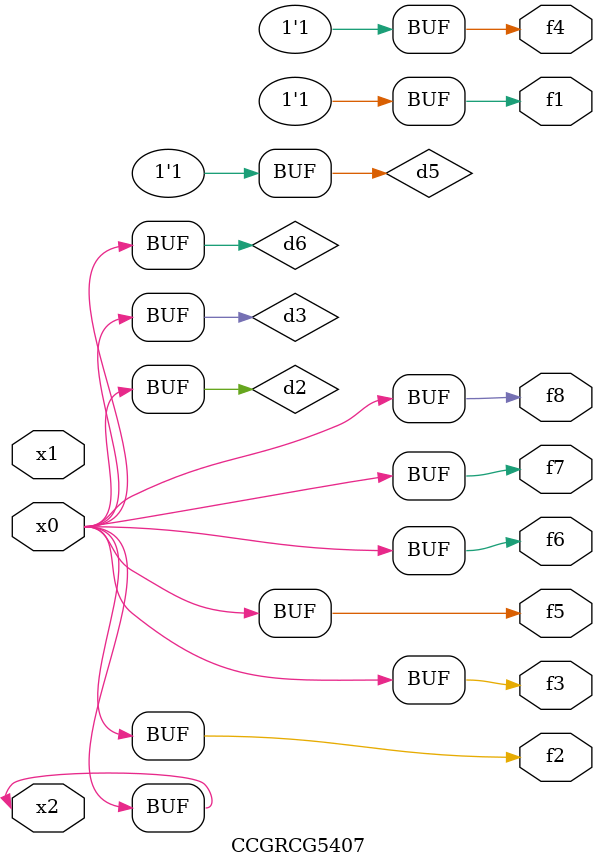
<source format=v>
module CCGRCG5407(
	input x0, x1, x2,
	output f1, f2, f3, f4, f5, f6, f7, f8
);

	wire d1, d2, d3, d4, d5, d6;

	xnor (d1, x2);
	buf (d2, x0, x2);
	and (d3, x0);
	xnor (d4, x1, x2);
	nand (d5, d1, d3);
	buf (d6, d2, d3);
	assign f1 = d5;
	assign f2 = d6;
	assign f3 = d6;
	assign f4 = d5;
	assign f5 = d6;
	assign f6 = d6;
	assign f7 = d6;
	assign f8 = d6;
endmodule

</source>
